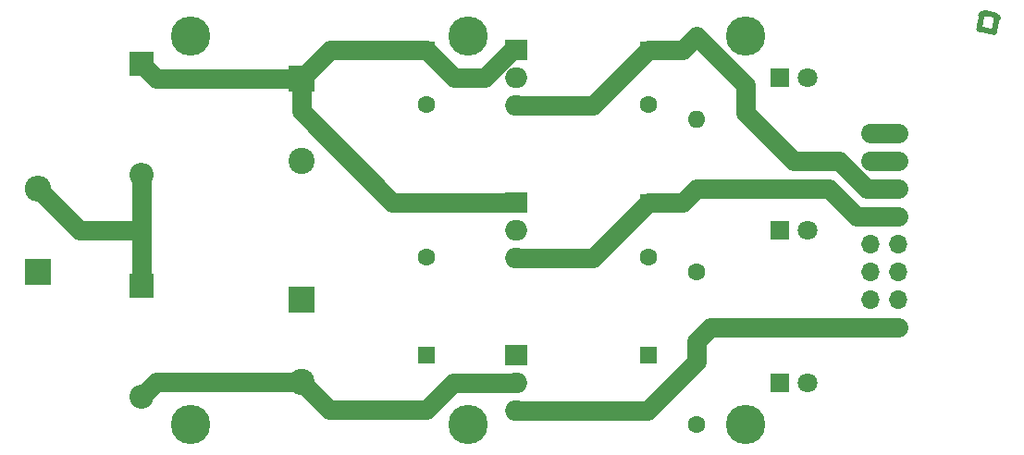
<source format=gbr>
G04 #@! TF.GenerationSoftware,KiCad,Pcbnew,5.1.7-a382d34a8~87~ubuntu16.04.1*
G04 #@! TF.CreationDate,2021-01-01T21:30:34+01:00*
G04 #@! TF.ProjectId,basic-eurorack-power-supply,62617369-632d-4657-9572-6f7261636b2d,rev?*
G04 #@! TF.SameCoordinates,Original*
G04 #@! TF.FileFunction,Copper,L1,Top*
G04 #@! TF.FilePolarity,Positive*
%FSLAX46Y46*%
G04 Gerber Fmt 4.6, Leading zero omitted, Abs format (unit mm)*
G04 Created by KiCad (PCBNEW 5.1.7-a382d34a8~87~ubuntu16.04.1) date 2021-01-01 21:30:34*
%MOMM*%
%LPD*%
G01*
G04 APERTURE LIST*
G04 #@! TA.AperFunction,EtchedComponent*
%ADD10C,0.010000*%
G04 #@! TD*
G04 #@! TA.AperFunction,ComponentPad*
%ADD11O,1.700000X1.700000*%
G04 #@! TD*
G04 #@! TA.AperFunction,ComponentPad*
%ADD12O,2.400000X2.400000*%
G04 #@! TD*
G04 #@! TA.AperFunction,ComponentPad*
%ADD13R,2.400000X2.400000*%
G04 #@! TD*
G04 #@! TA.AperFunction,ComponentPad*
%ADD14C,2.400000*%
G04 #@! TD*
G04 #@! TA.AperFunction,ComponentPad*
%ADD15O,2.200000X2.200000*%
G04 #@! TD*
G04 #@! TA.AperFunction,ComponentPad*
%ADD16R,2.200000X2.200000*%
G04 #@! TD*
G04 #@! TA.AperFunction,ComponentPad*
%ADD17R,1.800000X1.800000*%
G04 #@! TD*
G04 #@! TA.AperFunction,ComponentPad*
%ADD18C,1.800000*%
G04 #@! TD*
G04 #@! TA.AperFunction,ComponentPad*
%ADD19O,1.600000X1.600000*%
G04 #@! TD*
G04 #@! TA.AperFunction,ComponentPad*
%ADD20C,1.600000*%
G04 #@! TD*
G04 #@! TA.AperFunction,ComponentPad*
%ADD21R,2.000000X1.905000*%
G04 #@! TD*
G04 #@! TA.AperFunction,ComponentPad*
%ADD22O,2.000000X1.905000*%
G04 #@! TD*
G04 #@! TA.AperFunction,ComponentPad*
%ADD23R,1.600000X1.600000*%
G04 #@! TD*
G04 #@! TA.AperFunction,ViaPad*
%ADD24C,3.600000*%
G04 #@! TD*
G04 #@! TA.AperFunction,Conductor*
%ADD25C,1.750000*%
G04 #@! TD*
G04 APERTURE END LIST*
D10*
G36*
X97013349Y-839569D02*
G01*
X97138983Y-851313D01*
X97268376Y-870482D01*
X97399949Y-896970D01*
X97532121Y-930670D01*
X97543815Y-934002D01*
X97656468Y-969404D01*
X97759327Y-1008300D01*
X97856582Y-1052297D01*
X97871138Y-1059532D01*
X97934811Y-1093416D01*
X97988532Y-1126506D01*
X98036043Y-1161416D01*
X98081085Y-1200758D01*
X98101122Y-1220182D01*
X98132793Y-1253167D01*
X98156378Y-1281662D01*
X98174984Y-1309768D01*
X98189316Y-1336642D01*
X98201147Y-1361217D01*
X98208987Y-1380283D01*
X98213658Y-1397938D01*
X98215981Y-1418281D01*
X98216775Y-1445411D01*
X98216861Y-1474226D01*
X98216609Y-1510313D01*
X98215404Y-1536246D01*
X98212569Y-1555982D01*
X98207428Y-1573476D01*
X98199306Y-1592683D01*
X98195060Y-1601752D01*
X98178673Y-1630900D01*
X98156829Y-1662771D01*
X98134704Y-1689946D01*
X98096149Y-1732138D01*
X97987969Y-2277733D01*
X97966333Y-2386479D01*
X97947157Y-2482034D01*
X97930293Y-2565077D01*
X97915595Y-2636286D01*
X97902918Y-2696339D01*
X97892114Y-2745914D01*
X97883037Y-2785690D01*
X97875540Y-2816343D01*
X97869477Y-2838553D01*
X97864702Y-2852998D01*
X97862713Y-2857597D01*
X97836758Y-2896303D01*
X97801377Y-2930466D01*
X97761256Y-2955631D01*
X97758006Y-2957112D01*
X97747596Y-2961663D01*
X97737651Y-2965573D01*
X97727339Y-2968717D01*
X97715825Y-2970971D01*
X97702274Y-2972212D01*
X97685852Y-2972316D01*
X97665724Y-2971159D01*
X97641057Y-2968618D01*
X97611016Y-2964568D01*
X97574766Y-2958886D01*
X97531474Y-2951448D01*
X97480305Y-2942130D01*
X97420424Y-2930809D01*
X97350997Y-2917360D01*
X97271190Y-2901660D01*
X97180169Y-2883585D01*
X97077098Y-2863012D01*
X96961145Y-2839816D01*
X96943333Y-2836252D01*
X96809114Y-2809306D01*
X96688657Y-2784938D01*
X96581855Y-2763125D01*
X96488601Y-2743845D01*
X96408787Y-2727074D01*
X96342307Y-2712790D01*
X96289053Y-2700970D01*
X96248917Y-2691591D01*
X96221793Y-2684631D01*
X96207573Y-2680066D01*
X96207047Y-2679831D01*
X96165827Y-2653240D01*
X96131447Y-2616403D01*
X96105789Y-2572286D01*
X96090738Y-2523853D01*
X96087536Y-2491592D01*
X96088826Y-2479586D01*
X96092694Y-2454877D01*
X96098927Y-2418595D01*
X96107315Y-2371869D01*
X96117648Y-2315828D01*
X96119344Y-2306797D01*
X96560210Y-2306797D01*
X96562624Y-2309429D01*
X96571021Y-2312963D01*
X96586208Y-2317580D01*
X96608990Y-2323458D01*
X96640175Y-2330776D01*
X96680570Y-2339716D01*
X96730980Y-2350455D01*
X96792212Y-2363174D01*
X96865074Y-2378052D01*
X96950372Y-2395269D01*
X97024472Y-2410120D01*
X97103509Y-2425920D01*
X97178463Y-2440898D01*
X97248190Y-2454825D01*
X97311544Y-2467474D01*
X97367381Y-2478614D01*
X97414556Y-2488019D01*
X97451925Y-2495460D01*
X97478343Y-2500709D01*
X97492666Y-2503537D01*
X97494955Y-2503975D01*
X97500679Y-2498914D01*
X97503403Y-2492375D01*
X97505357Y-2483540D01*
X97509827Y-2462011D01*
X97516580Y-2428936D01*
X97525387Y-2385463D01*
X97536016Y-2332739D01*
X97548236Y-2271911D01*
X97561816Y-2204128D01*
X97576525Y-2130536D01*
X97592132Y-2052284D01*
X97603074Y-1997328D01*
X97619279Y-1916321D01*
X97634913Y-1839021D01*
X97649729Y-1766600D01*
X97663478Y-1700228D01*
X97675913Y-1641078D01*
X97686786Y-1590321D01*
X97695851Y-1549127D01*
X97702858Y-1518668D01*
X97707561Y-1500115D01*
X97709278Y-1494970D01*
X97716395Y-1480118D01*
X97719442Y-1471596D01*
X97719444Y-1471522D01*
X97713310Y-1465979D01*
X97696544Y-1456319D01*
X97671602Y-1443703D01*
X97640940Y-1429291D01*
X97607014Y-1414243D01*
X97572279Y-1399720D01*
X97544418Y-1388829D01*
X97424437Y-1349187D01*
X97296038Y-1316761D01*
X97163340Y-1292293D01*
X97030463Y-1276522D01*
X96901525Y-1270187D01*
X96883404Y-1270096D01*
X96836588Y-1270257D01*
X96802076Y-1270919D01*
X96778061Y-1272498D01*
X96762736Y-1275406D01*
X96754293Y-1280061D01*
X96750926Y-1286875D01*
X96750827Y-1296264D01*
X96751252Y-1300425D01*
X96750332Y-1310974D01*
X96746852Y-1334186D01*
X96741028Y-1368887D01*
X96733075Y-1413905D01*
X96723209Y-1468066D01*
X96711644Y-1530197D01*
X96698598Y-1599125D01*
X96684284Y-1673678D01*
X96668918Y-1752682D01*
X96657702Y-1809750D01*
X96641716Y-1890789D01*
X96626522Y-1967893D01*
X96612344Y-2039926D01*
X96599404Y-2105752D01*
X96587925Y-2164235D01*
X96578131Y-2214238D01*
X96570243Y-2254627D01*
X96564485Y-2284264D01*
X96561080Y-2302013D01*
X96560210Y-2306797D01*
X96119344Y-2306797D01*
X96129713Y-2251602D01*
X96143301Y-2180322D01*
X96158201Y-2103116D01*
X96174202Y-2021115D01*
X96191092Y-1935448D01*
X96195150Y-1914994D01*
X96303186Y-1371128D01*
X96284526Y-1324484D01*
X96265718Y-1260547D01*
X96260444Y-1198106D01*
X96268140Y-1138030D01*
X96288242Y-1081189D01*
X96320186Y-1028450D01*
X96363409Y-980684D01*
X96417347Y-938759D01*
X96481437Y-903545D01*
X96555114Y-875910D01*
X96579972Y-868977D01*
X96674784Y-849954D01*
X96779670Y-838783D01*
X96893051Y-835357D01*
X97013349Y-839569D01*
G37*
X97013349Y-839569D02*
X97138983Y-851313D01*
X97268376Y-870482D01*
X97399949Y-896970D01*
X97532121Y-930670D01*
X97543815Y-934002D01*
X97656468Y-969404D01*
X97759327Y-1008300D01*
X97856582Y-1052297D01*
X97871138Y-1059532D01*
X97934811Y-1093416D01*
X97988532Y-1126506D01*
X98036043Y-1161416D01*
X98081085Y-1200758D01*
X98101122Y-1220182D01*
X98132793Y-1253167D01*
X98156378Y-1281662D01*
X98174984Y-1309768D01*
X98189316Y-1336642D01*
X98201147Y-1361217D01*
X98208987Y-1380283D01*
X98213658Y-1397938D01*
X98215981Y-1418281D01*
X98216775Y-1445411D01*
X98216861Y-1474226D01*
X98216609Y-1510313D01*
X98215404Y-1536246D01*
X98212569Y-1555982D01*
X98207428Y-1573476D01*
X98199306Y-1592683D01*
X98195060Y-1601752D01*
X98178673Y-1630900D01*
X98156829Y-1662771D01*
X98134704Y-1689946D01*
X98096149Y-1732138D01*
X97987969Y-2277733D01*
X97966333Y-2386479D01*
X97947157Y-2482034D01*
X97930293Y-2565077D01*
X97915595Y-2636286D01*
X97902918Y-2696339D01*
X97892114Y-2745914D01*
X97883037Y-2785690D01*
X97875540Y-2816343D01*
X97869477Y-2838553D01*
X97864702Y-2852998D01*
X97862713Y-2857597D01*
X97836758Y-2896303D01*
X97801377Y-2930466D01*
X97761256Y-2955631D01*
X97758006Y-2957112D01*
X97747596Y-2961663D01*
X97737651Y-2965573D01*
X97727339Y-2968717D01*
X97715825Y-2970971D01*
X97702274Y-2972212D01*
X97685852Y-2972316D01*
X97665724Y-2971159D01*
X97641057Y-2968618D01*
X97611016Y-2964568D01*
X97574766Y-2958886D01*
X97531474Y-2951448D01*
X97480305Y-2942130D01*
X97420424Y-2930809D01*
X97350997Y-2917360D01*
X97271190Y-2901660D01*
X97180169Y-2883585D01*
X97077098Y-2863012D01*
X96961145Y-2839816D01*
X96943333Y-2836252D01*
X96809114Y-2809306D01*
X96688657Y-2784938D01*
X96581855Y-2763125D01*
X96488601Y-2743845D01*
X96408787Y-2727074D01*
X96342307Y-2712790D01*
X96289053Y-2700970D01*
X96248917Y-2691591D01*
X96221793Y-2684631D01*
X96207573Y-2680066D01*
X96207047Y-2679831D01*
X96165827Y-2653240D01*
X96131447Y-2616403D01*
X96105789Y-2572286D01*
X96090738Y-2523853D01*
X96087536Y-2491592D01*
X96088826Y-2479586D01*
X96092694Y-2454877D01*
X96098927Y-2418595D01*
X96107315Y-2371869D01*
X96117648Y-2315828D01*
X96119344Y-2306797D01*
X96560210Y-2306797D01*
X96562624Y-2309429D01*
X96571021Y-2312963D01*
X96586208Y-2317580D01*
X96608990Y-2323458D01*
X96640175Y-2330776D01*
X96680570Y-2339716D01*
X96730980Y-2350455D01*
X96792212Y-2363174D01*
X96865074Y-2378052D01*
X96950372Y-2395269D01*
X97024472Y-2410120D01*
X97103509Y-2425920D01*
X97178463Y-2440898D01*
X97248190Y-2454825D01*
X97311544Y-2467474D01*
X97367381Y-2478614D01*
X97414556Y-2488019D01*
X97451925Y-2495460D01*
X97478343Y-2500709D01*
X97492666Y-2503537D01*
X97494955Y-2503975D01*
X97500679Y-2498914D01*
X97503403Y-2492375D01*
X97505357Y-2483540D01*
X97509827Y-2462011D01*
X97516580Y-2428936D01*
X97525387Y-2385463D01*
X97536016Y-2332739D01*
X97548236Y-2271911D01*
X97561816Y-2204128D01*
X97576525Y-2130536D01*
X97592132Y-2052284D01*
X97603074Y-1997328D01*
X97619279Y-1916321D01*
X97634913Y-1839021D01*
X97649729Y-1766600D01*
X97663478Y-1700228D01*
X97675913Y-1641078D01*
X97686786Y-1590321D01*
X97695851Y-1549127D01*
X97702858Y-1518668D01*
X97707561Y-1500115D01*
X97709278Y-1494970D01*
X97716395Y-1480118D01*
X97719442Y-1471596D01*
X97719444Y-1471522D01*
X97713310Y-1465979D01*
X97696544Y-1456319D01*
X97671602Y-1443703D01*
X97640940Y-1429291D01*
X97607014Y-1414243D01*
X97572279Y-1399720D01*
X97544418Y-1388829D01*
X97424437Y-1349187D01*
X97296038Y-1316761D01*
X97163340Y-1292293D01*
X97030463Y-1276522D01*
X96901525Y-1270187D01*
X96883404Y-1270096D01*
X96836588Y-1270257D01*
X96802076Y-1270919D01*
X96778061Y-1272498D01*
X96762736Y-1275406D01*
X96754293Y-1280061D01*
X96750926Y-1286875D01*
X96750827Y-1296264D01*
X96751252Y-1300425D01*
X96750332Y-1310974D01*
X96746852Y-1334186D01*
X96741028Y-1368887D01*
X96733075Y-1413905D01*
X96723209Y-1468066D01*
X96711644Y-1530197D01*
X96698598Y-1599125D01*
X96684284Y-1673678D01*
X96668918Y-1752682D01*
X96657702Y-1809750D01*
X96641716Y-1890789D01*
X96626522Y-1967893D01*
X96612344Y-2039926D01*
X96599404Y-2105752D01*
X96587925Y-2164235D01*
X96578131Y-2214238D01*
X96570243Y-2254627D01*
X96564485Y-2284264D01*
X96561080Y-2302013D01*
X96560210Y-2306797D01*
X96119344Y-2306797D01*
X96129713Y-2251602D01*
X96143301Y-2180322D01*
X96158201Y-2103116D01*
X96174202Y-2021115D01*
X96191092Y-1935448D01*
X96195150Y-1914994D01*
X96303186Y-1371128D01*
X96284526Y-1324484D01*
X96265718Y-1260547D01*
X96260444Y-1198106D01*
X96268140Y-1138030D01*
X96288242Y-1081189D01*
X96320186Y-1028450D01*
X96363409Y-980684D01*
X96417347Y-938759D01*
X96481437Y-903545D01*
X96555114Y-875910D01*
X96579972Y-868977D01*
X96674784Y-849954D01*
X96779670Y-838783D01*
X96893051Y-835357D01*
X97013349Y-839569D01*
D11*
X86360000Y-12065000D03*
X88900000Y-12065000D03*
X86360000Y-14605000D03*
X88900000Y-14605000D03*
X86360000Y-17145000D03*
X88900000Y-17145000D03*
X86360000Y-19685000D03*
X88900000Y-19685000D03*
X86360000Y-22225000D03*
X88900000Y-22225000D03*
X86360000Y-24765000D03*
X88900000Y-24765000D03*
X86360000Y-27305000D03*
X88900000Y-27305000D03*
X86360000Y-29845000D03*
X88900000Y-29845000D03*
D12*
X10160000Y-17145000D03*
D13*
X10160000Y-24765000D03*
D14*
X34290000Y-14605000D03*
D13*
X34290000Y-7105000D03*
X34290000Y-27305000D03*
D14*
X34290000Y-34805000D03*
D15*
X19685000Y-15875000D03*
D16*
X19685000Y-5715000D03*
X19685000Y-26035000D03*
D15*
X19685000Y-36195000D03*
D17*
X78105000Y-20955000D03*
D18*
X80645000Y-20955000D03*
D17*
X78105000Y-34925000D03*
D18*
X80645000Y-34925000D03*
X80645000Y-6985000D03*
D17*
X78105000Y-6985000D03*
D19*
X70485000Y-17145000D03*
D20*
X70485000Y-24765000D03*
X70485000Y-38735000D03*
D19*
X70485000Y-31115000D03*
D20*
X70485000Y-3175000D03*
D19*
X70485000Y-10795000D03*
D21*
X53975000Y-18415000D03*
D22*
X53975000Y-20955000D03*
X53975000Y-23495000D03*
D21*
X53975000Y-32385000D03*
D22*
X53975000Y-34925000D03*
X53975000Y-37465000D03*
X53975000Y-9525000D03*
X53975000Y-6985000D03*
D21*
X53975000Y-4445000D03*
D20*
X45720000Y-23415000D03*
D23*
X45720000Y-18415000D03*
X45720000Y-32385000D03*
D20*
X45720000Y-37385000D03*
D23*
X45720000Y-4445000D03*
D20*
X45720000Y-9445000D03*
X66040000Y-23415000D03*
D23*
X66040000Y-18415000D03*
X66040000Y-32385000D03*
D20*
X66040000Y-37385000D03*
X66040000Y-9445000D03*
D23*
X66040000Y-4445000D03*
D24*
X49530000Y-3175000D03*
X74930000Y-38735000D03*
X24130000Y-38735000D03*
X24130000Y-3175000D03*
X49530000Y-38735000D03*
X74930000Y-3175000D03*
D25*
X86360000Y-12065000D02*
X88900000Y-12065000D01*
X88900000Y-14605000D02*
X86360000Y-14605000D01*
X21075000Y-7105000D02*
X19685000Y-5715000D01*
X34290000Y-7105000D02*
X21075000Y-7105000D01*
X36950000Y-4445000D02*
X34290000Y-7105000D01*
X45720000Y-4445000D02*
X36950000Y-4445000D01*
X48260000Y-6985000D02*
X45720000Y-4445000D01*
X51060168Y-6985000D02*
X48260000Y-6985000D01*
X53600168Y-4445000D02*
X51060168Y-6985000D01*
X53975000Y-4445000D02*
X53600168Y-4445000D01*
X42650000Y-18415000D02*
X43170000Y-18415000D01*
X43170000Y-18415000D02*
X45720000Y-18415000D01*
X34290000Y-10055000D02*
X42650000Y-18415000D01*
X34290000Y-7105000D02*
X34290000Y-10055000D01*
X45720000Y-18415000D02*
X53975000Y-18415000D01*
X21075000Y-34805000D02*
X19685000Y-36195000D01*
X34290000Y-34805000D02*
X21075000Y-34805000D01*
X36870000Y-37385000D02*
X34290000Y-34805000D01*
X45720000Y-37385000D02*
X36870000Y-37385000D01*
X48180000Y-34925000D02*
X45720000Y-37385000D01*
X53975000Y-34925000D02*
X48180000Y-34925000D01*
X60960000Y-23495000D02*
X66040000Y-18415000D01*
X53975000Y-23495000D02*
X60960000Y-23495000D01*
X88900000Y-19685000D02*
X86360000Y-19685000D01*
X71616370Y-17145000D02*
X70485000Y-17145000D01*
X82617919Y-17145000D02*
X71616370Y-17145000D01*
X85157919Y-19685000D02*
X82617919Y-17145000D01*
X86360000Y-19685000D02*
X85157919Y-19685000D01*
X69215000Y-18415000D02*
X70485000Y-17145000D01*
X66040000Y-18415000D02*
X69215000Y-18415000D01*
X65960000Y-37465000D02*
X66040000Y-37385000D01*
X53975000Y-37465000D02*
X65960000Y-37465000D01*
X66040000Y-37385000D02*
X70485000Y-32940000D01*
X70485000Y-32940000D02*
X70485000Y-31115000D01*
X88900000Y-29845000D02*
X86360000Y-29845000D01*
X71755000Y-29845000D02*
X70485000Y-31115000D01*
X86360000Y-29845000D02*
X71755000Y-29845000D01*
X60960000Y-9525000D02*
X66040000Y-4445000D01*
X53975000Y-9525000D02*
X60960000Y-9525000D01*
X88900000Y-17145000D02*
X86360000Y-17145000D01*
X69215000Y-4445000D02*
X70485000Y-3175000D01*
X66040000Y-4445000D02*
X69215000Y-4445000D01*
X86050998Y-17145000D02*
X86360000Y-17145000D01*
X83510998Y-14605000D02*
X86050998Y-17145000D01*
X70485000Y-3175000D02*
X74930000Y-7620000D01*
X83510998Y-14605000D02*
X79375000Y-14605000D01*
X79375000Y-14605000D02*
X74930000Y-10160000D01*
X74930000Y-10160000D02*
X74930000Y-7620000D01*
X19685000Y-20955000D02*
X19685000Y-15875000D01*
X19685000Y-20955000D02*
X19685000Y-26035000D01*
X15172081Y-20955000D02*
X19685000Y-20955000D01*
X10160000Y-17145000D02*
X13970000Y-20955000D01*
X13970000Y-20955000D02*
X15172081Y-20955000D01*
M02*

</source>
